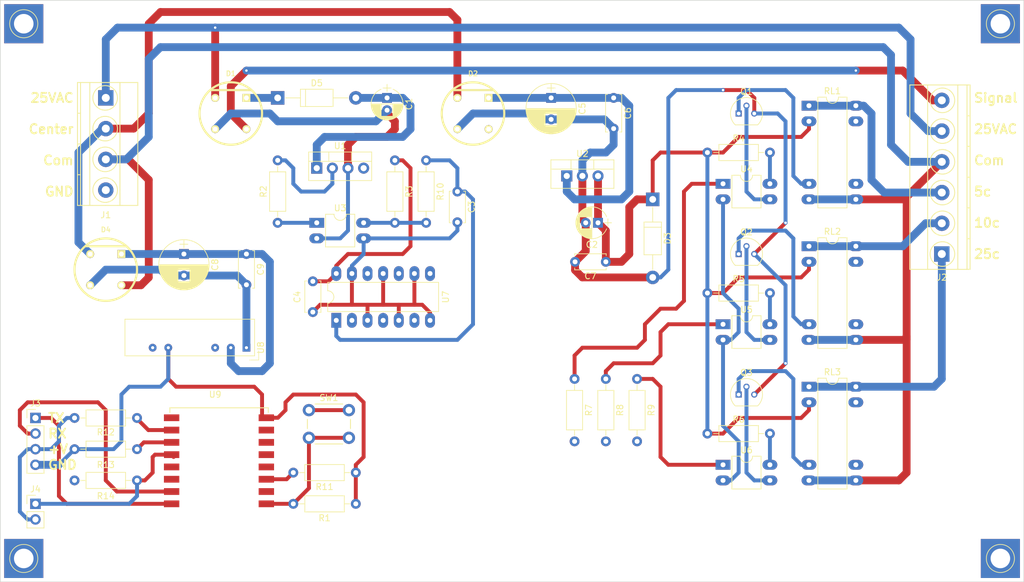
<source format=kicad_pcb>
(kicad_pcb (version 4) (host pcbnew 4.0.6)
  (layers (0 F.Cu signal) (31 B.Cu signal) (34 B.Paste user) (35 F.Paste user) (36 B.SilkS user) (37 F.SilkS user) (38 B.Mask user) (39 F.Mask user) (44 Edge.Cuts user))
  (net 0 "")
  (net 1 "Net-(C1-Pad1)")
  (net 2 "Net-(C1-Pad2)")
  (net 3 "Net-(C2-Pad1)")
  (net 4 "Net-(C2-Pad2)")
  (net 5 "Net-(C3-Pad1)")
  (net 6 GND)
  (net 7 VCC)
  (net 8 "Net-(C5-Pad1)")
  (net 9 "Net-(C8-Pad1)")
  (net 10 "Net-(C8-Pad2)")
  (net 11 "Net-(D1-Pad1)")
  (net 12 "Net-(D1-Pad2)")
  (net 13 "Net-(D1-Pad4)")
  (net 14 "Net-(D2-Pad2)")
  (net 15 "Net-(D2-Pad4)")
  (net 16 "Net-(J1-Pad4)")
  (net 17 "Net-(J3-Pad1)")
  (net 18 "Net-(J3-Pad2)")
  (net 19 "Net-(J4-Pad1)")
  (net 20 "Net-(Q1-Pad2)")
  (net 21 "Net-(Q1-Pad1)")
  (net 22 "Net-(Q2-Pad2)")
  (net 23 "Net-(Q2-Pad1)")
  (net 24 "Net-(Q3-Pad2)")
  (net 25 "Net-(Q3-Pad1)")
  (net 26 "Net-(R1-Pad2)")
  (net 27 "Net-(R2-Pad1)")
  (net 28 "Net-(R2-Pad2)")
  (net 29 "Net-(R10-Pad2)")
  (net 30 "Net-(R4-Pad2)")
  (net 31 "Net-(R5-Pad2)")
  (net 32 "Net-(R6-Pad2)")
  (net 33 "Net-(R7-Pad1)")
  (net 34 "Net-(R7-Pad2)")
  (net 35 "Net-(R8-Pad1)")
  (net 36 "Net-(R8-Pad2)")
  (net 37 "Net-(R9-Pad1)")
  (net 38 "Net-(R9-Pad2)")
  (net 39 "Net-(R11-Pad2)")
  (net 40 "Net-(R12-Pad1)")
  (net 41 "Net-(R13-Pad2)")
  (net 42 "Net-(RL1-Pad9)")
  (net 43 "Net-(RL1-Pad13)")
  (net 44 "Net-(RL2-Pad9)")
  (net 45 "Net-(RL2-Pad13)")
  (net 46 "Net-(RL3-Pad9)")
  (net 47 "Net-(RL3-Pad13)")
  (net 48 "Net-(U1-Pad4)")
  (net 49 "Net-(U7-Pad8)")
  (net 50 "Net-(U7-Pad2)")
  (net 51 "Net-(U7-Pad10)")
  (net 52 "Net-(U7-Pad4)")
  (net 53 "Net-(U7-Pad12)")
  (net 54 "Net-(U7-Pad6)")
  (net 55 "Net-(U8-Pad3)")
  (net 56 "Net-(U9-Pad2)")
  (net 57 "Net-(U9-Pad4)")
  (net 58 "Net-(U9-Pad7)")
  (net 59 "Net-(J2-Pad3)")
  (net 60 "Net-(J2-Pad1)")
  (net 61 "Net-(J2-Pad2)")
  (module Capacitors_THT:CP_Radial_D5.0mm_P2.00mm (layer F.Cu) (at 74.93 27.94 270)
    (fp_text reference C1 (at 1 -3.56 270) (layer F.SilkS))
    (fp_text value 2.2uF)
    (pad 1 thru_hole rect (at 0 0 270) (size 1.6 1.6) (drill 0.8) (layers *.Cu *.Mask) (net 1 "Net-(C1-Pad1)"))
    (pad 2 thru_hole circle (at 2 0 270) (size 1.6 1.6) (drill 0.8) (layers *.Cu *.Mask) (net 2 "Net-(C1-Pad2)"))
  )
  (module Capacitors_THT:CP_Radial_D5.0mm_P2.00mm (layer F.Cu) (at 109.22 48.26 180)
    (fp_text reference C2 (at 1 -3.56 180) (layer F.SilkS))
    (fp_text value 10uF)
    (pad 1 thru_hole rect (at 0 0 180) (size 1.6 1.6) (drill 0.8) (layers *.Cu *.Mask) (net 3 "Net-(C2-Pad1)"))
    (pad 2 thru_hole circle (at 2 0 180) (size 1.6 1.6) (drill 0.8) (layers *.Cu *.Mask) (net 4 "Net-(C2-Pad2)"))
  )
  (module Capacitors_THT:C_Disc_D5.0mm_W2.5mm_P5.00mm (layer F.Cu) (at 86.36 43.18 270)
    (fp_text reference C3 (at 2.5 -2.31 270) (layer F.SilkS))
    (fp_text value 0.1uF)
    (pad 1 thru_hole circle (at 0 0 270) (size 1.6 1.6) (drill 0.8) (layers *.Cu *.Mask) (net 5 "Net-(C3-Pad1)"))
    (pad 2 thru_hole circle (at 5 0 270) (size 1.6 1.6) (drill 0.8) (layers *.Cu *.Mask) (net 6 GND))
  )
  (module Capacitors_THT:C_Disc_D5.0mm_W2.5mm_P5.00mm (layer F.Cu) (at 62.865 57.785 270)
    (fp_text reference C4 (at 2.54 2.54 270) (layer F.SilkS))
    (fp_text value 0.1uF)
    (pad 1 thru_hole circle (at 0 0 270) (size 1.6 1.6) (drill 0.8) (layers *.Cu *.Mask) (net 7 VCC))
    (pad 2 thru_hole circle (at 5 0 270) (size 1.6 1.6) (drill 0.8) (layers *.Cu *.Mask) (net 6 GND))
  )
  (module Capacitors_THT:CP_Radial_D8.0mm_P3.50mm (layer F.Cu) (at 101.6 27.94 270)
    (fp_text reference C5 (at 1.75 -5.06 270) (layer F.SilkS))
    (fp_text value 100uF)
    (pad 1 thru_hole rect (at 0 0 270) (size 1.6 1.6) (drill 0.8) (layers *.Cu *.Mask) (net 8 "Net-(C5-Pad1)"))
    (pad 2 thru_hole circle (at 3.5 0 270) (size 1.6 1.6) (drill 0.8) (layers *.Cu *.Mask) (net 4 "Net-(C2-Pad2)"))
  )
  (module Capacitors_THT:C_Disc_D6.0mm_W2.5mm_P5.00mm (layer F.Cu) (at 111.76 27.94 270)
    (fp_text reference C6 (at 2.5 -2.31 270) (layer F.SilkS))
    (fp_text value 0.33uF)
    (pad 1 thru_hole circle (at 0 0 270) (size 1.6 1.6) (drill 0.8) (layers *.Cu *.Mask) (net 8 "Net-(C5-Pad1)"))
    (pad 2 thru_hole circle (at 5 0 270) (size 1.6 1.6) (drill 0.8) (layers *.Cu *.Mask) (net 4 "Net-(C2-Pad2)"))
  )
  (module Capacitors_THT:C_Disc_D5.0mm_W2.5mm_P5.00mm (layer F.Cu) (at 110.49 54.61 180)
    (fp_text reference C7 (at 2.5 -2.31 180) (layer F.SilkS))
    (fp_text value 0.1uF)
    (pad 1 thru_hole circle (at 0 0 180) (size 1.6 1.6) (drill 0.8) (layers *.Cu *.Mask) (net 3 "Net-(C2-Pad1)"))
    (pad 2 thru_hole circle (at 5 0 180) (size 1.6 1.6) (drill 0.8) (layers *.Cu *.Mask) (net 4 "Net-(C2-Pad2)"))
  )
  (module Capacitors_THT:CP_Radial_D8.0mm_P3.50mm (layer F.Cu) (at 41.91 53.34 270)
    (fp_text reference C8 (at 1.75 -5.06 270) (layer F.SilkS))
    (fp_text value 100uF)
    (pad 1 thru_hole rect (at 0 0 270) (size 1.6 1.6) (drill 0.8) (layers *.Cu *.Mask) (net 9 "Net-(C8-Pad1)"))
    (pad 2 thru_hole circle (at 3.5 0 270) (size 1.6 1.6) (drill 0.8) (layers *.Cu *.Mask) (net 10 "Net-(C8-Pad2)"))
  )
  (module Capacitors_THT:C_Disc_D6.0mm_W2.5mm_P5.00mm (layer F.Cu) (at 52.07 53.34 270)
    (fp_text reference C9 (at 2.5 -2.31 270) (layer F.SilkS))
    (fp_text value 0.33uF)
    (pad 1 thru_hole circle (at 0 0 270) (size 1.6 1.6) (drill 0.8) (layers *.Cu *.Mask) (net 9 "Net-(C8-Pad1)"))
    (pad 2 thru_hole circle (at 5 0 270) (size 1.6 1.6) (drill 0.8) (layers *.Cu *.Mask) (net 10 "Net-(C8-Pad2)"))
  )
  (module Diodes_THT:D_DO-41_SOD81_P12.70mm_Horizontal (layer F.Cu) (at 118.11 44.45 270)
    (fp_text reference D3 (at 6.35 -2.41 270) (layer F.SilkS))
    (fp_text value 1N4007)
    (pad 1 thru_hole rect (at 0 0 270) (size 2.2 2.2) (drill 1.1) (layers *.Cu *.Mask) (net 3 "Net-(C2-Pad1)"))
    (pad 2 thru_hole oval (at 12.7 0 270) (size 2.2 2.2) (drill 1.1) (layers *.Cu *.Mask) (net 4 "Net-(C2-Pad2)"))
  )
  (module Diodes_THT:D_DO-41_SOD81_P12.70mm_Horizontal (layer F.Cu) (at 57.15 27.94)
    (fp_text reference D5 (at 6.35 -2.41) (layer F.SilkS))
    (fp_text value 1N5363)
    (pad 1 thru_hole rect (at 0 0) (size 2.2 2.2) (drill 1.1) (layers *.Cu *.Mask) (net 11 "Net-(D1-Pad1)"))
    (pad 2 thru_hole oval (at 12.7 0) (size 2.2 2.2) (drill 1.1) (layers *.Cu *.Mask) (net 1 "Net-(C1-Pad1)"))
  )
  (module Connectors_Terminal_Blocks:TerminalBlock_Pheonix_MKDS1.5-4pol (layer F.Cu) (at 29.21 27.94 270)
    (fp_text reference J1 (at 19.05 0 360) (layer F.SilkS))
    (fp_text value "From Transformer")
    (pad 4 thru_hole circle (at 15 0 270) (size 2.5 2.5) (drill 1.3) (layers *.Cu *.Mask) (net 16 "Net-(J1-Pad4)"))
    (pad 3 thru_hole circle (at 10 0 270) (size 2.5 2.5) (drill 1.3) (layers *.Cu *.Mask) (net 14 "Net-(D2-Pad2)"))
    (pad 1 thru_hole rect (at 0 0 270) (size 2.5 2.5) (drill 1.3) (layers *.Cu *.Mask) (net 13 "Net-(D1-Pad4)"))
    (pad 2 thru_hole circle (at 5 0 270) (size 2.5 2.5) (drill 1.3) (layers *.Cu *.Mask) (net 15 "Net-(D2-Pad4)"))
  )
  (module Connectors_Terminal_Blocks:TerminalBlock_Pheonix_MKDS1.5-6pol (layer F.Cu) (at 165.1 53.34 90)
    (fp_text reference J2 (at -3.81 0 180) (layer F.SilkS))
    (fp_text value "To Wallbox")
    (pad 6 thru_hole circle (at 25 0 90) (size 2.5 2.5) (drill 1.3) (layers *.Cu *.Mask) (net 12 "Net-(D1-Pad2)"))
    (pad 5 thru_hole circle (at 20 0 90) (size 2.5 2.5) (drill 1.3) (layers *.Cu *.Mask) (net 13 "Net-(D1-Pad4)"))
    (pad 4 thru_hole circle (at 15 0 90) (size 2.5 2.5) (drill 1.3) (layers *.Cu *.Mask) (net 14 "Net-(D2-Pad2)"))
    (pad 3 thru_hole circle (at 10 0 90) (size 2.5 2.5) (drill 1.3) (layers *.Cu *.Mask) (net 59 "Net-(J2-Pad3)"))
    (pad 1 thru_hole rect (at 0 0 90) (size 2.5 2.5) (drill 1.3) (layers *.Cu *.Mask) (net 60 "Net-(J2-Pad1)"))
    (pad 2 thru_hole circle (at 5 0 90) (size 2.5 2.5) (drill 1.3) (layers *.Cu *.Mask) (net 61 "Net-(J2-Pad2)"))
  )
  (module Pin_Headers:Pin_Header_Straight_1x04_Pitch2.54mm (layer F.Cu) (at 17.78 80.01)
    (fp_text reference J3 (at 0 -2.39) (layer F.SilkS))
    (fp_text value UART)
    (pad 1 thru_hole rect (at 0 0) (size 1.7 1.7) (drill 1) (layers *.Cu *.Mask) (net 17 "Net-(J3-Pad1)"))
    (pad 2 thru_hole oval (at 0 2.54) (size 1.7 1.7) (drill 1) (layers *.Cu *.Mask) (net 18 "Net-(J3-Pad2)"))
    (pad 3 thru_hole oval (at 0 5.08) (size 1.7 1.7) (drill 1) (layers *.Cu *.Mask) (net 6 GND))
    (pad 4 thru_hole oval (at 0 7.62) (size 1.7 1.7) (drill 1) (layers *.Cu *.Mask) (net 7 VCC))
  )
  (module Pin_Headers:Pin_Header_Straight_1x02_Pitch2.54mm (layer F.Cu) (at 17.78 93.98)
    (fp_text reference J4 (at 0 -2.39) (layer F.SilkS))
    (fp_text value Program)
    (pad 1 thru_hole rect (at 0 0) (size 1.7 1.7) (drill 1) (layers *.Cu *.Mask) (net 19 "Net-(J4-Pad1)"))
    (pad 2 thru_hole oval (at 0 2.54) (size 1.7 1.7) (drill 1) (layers *.Cu *.Mask) (net 6 GND))
  )
  (module TO_SOT_Packages_THT:TO-92_Molded_Narrow (layer F.Cu) (at 132.08 30.48)
    (fp_text reference Q1 (at 1.27 -3.556) (layer F.SilkS))
    (fp_text value BC547)
    (pad 2 thru_hole circle (at 1.27 -1.27 90) (size 1 1) (drill 0.6) (layers *.Cu *.Mask) (net 20 "Net-(Q1-Pad2)"))
    (pad 3 thru_hole circle (at 2.54 0 90) (size 1 1) (drill 0.6) (layers *.Cu *.Mask) (net 4 "Net-(C2-Pad2)"))
    (pad 1 thru_hole rect (at 0 0 90) (size 1 1) (drill 0.6) (layers *.Cu *.Mask) (net 21 "Net-(Q1-Pad1)"))
  )
  (module TO_SOT_Packages_THT:TO-92_Molded_Narrow (layer F.Cu) (at 132.08 53.34)
    (fp_text reference Q2 (at 1.27 -3.556) (layer F.SilkS))
    (fp_text value BC547)
    (pad 2 thru_hole circle (at 1.27 -1.27 90) (size 1 1) (drill 0.6) (layers *.Cu *.Mask) (net 22 "Net-(Q2-Pad2)"))
    (pad 3 thru_hole circle (at 2.54 0 90) (size 1 1) (drill 0.6) (layers *.Cu *.Mask) (net 4 "Net-(C2-Pad2)"))
    (pad 1 thru_hole rect (at 0 0 90) (size 1 1) (drill 0.6) (layers *.Cu *.Mask) (net 23 "Net-(Q2-Pad1)"))
  )
  (module TO_SOT_Packages_THT:TO-92_Molded_Narrow (layer F.Cu) (at 132.08 76.2)
    (fp_text reference Q3 (at 1.27 -3.556) (layer F.SilkS))
    (fp_text value BC547)
    (pad 2 thru_hole circle (at 1.27 -1.27 90) (size 1 1) (drill 0.6) (layers *.Cu *.Mask) (net 24 "Net-(Q3-Pad2)"))
    (pad 3 thru_hole circle (at 2.54 0 90) (size 1 1) (drill 0.6) (layers *.Cu *.Mask) (net 4 "Net-(C2-Pad2)"))
    (pad 1 thru_hole rect (at 0 0 90) (size 1 1) (drill 0.6) (layers *.Cu *.Mask) (net 25 "Net-(Q3-Pad1)"))
  )
  (module Resistors_THT:R_Axial_DIN0207_L6.3mm_D2.5mm_P10.16mm_Horizontal (layer F.Cu) (at 69.85 93.98 180)
    (fp_text reference R1 (at 5.08 -2.31 180) (layer F.SilkS))
    (fp_text value 10k)
    (pad 1 thru_hole circle (at 0 0 180) (size 1.6 1.6) (drill 0.8) (layers *.Cu *.Mask) (net 7 VCC))
    (pad 2 thru_hole oval (at 10.16 0 180) (size 1.6 1.6) (drill 0.8) (layers *.Cu *.Mask) (net 26 "Net-(R1-Pad2)"))
  )
  (module Resistors_THT:R_Axial_DIN0207_L6.3mm_D2.5mm_P10.16mm_Horizontal (layer F.Cu) (at 57.15 48.26 90)
    (fp_text reference R2 (at 5.08 -2.31 90) (layer F.SilkS))
    (fp_text value 1k)
    (pad 1 thru_hole circle (at 0 0 90) (size 1.6 1.6) (drill 0.8) (layers *.Cu *.Mask) (net 27 "Net-(R2-Pad1)"))
    (pad 2 thru_hole oval (at 10.16 0 90) (size 1.6 1.6) (drill 0.8) (layers *.Cu *.Mask) (net 28 "Net-(R2-Pad2)"))
  )
  (module Resistors_THT:R_Axial_DIN0207_L6.3mm_D2.5mm_P10.16mm_Horizontal (layer F.Cu) (at 76.2 38.1 270)
    (fp_text reference R3 (at 5.08 -2.31 270) (layer F.SilkS))
    (fp_text value 47k)
    (pad 1 thru_hole circle (at 0 0 270) (size 1.6 1.6) (drill 0.8) (layers *.Cu *.Mask) (net 7 VCC))
    (pad 2 thru_hole oval (at 10.16 0 270) (size 1.6 1.6) (drill 0.8) (layers *.Cu *.Mask) (net 29 "Net-(R10-Pad2)"))
  )
  (module Resistors_THT:R_Axial_DIN0207_L6.3mm_D2.5mm_P10.16mm_Horizontal (layer F.Cu) (at 127 36.83)
    (fp_text reference R4 (at 5.08 -2.31) (layer F.SilkS))
    (fp_text value 1k)
    (pad 1 thru_hole circle (at 0 0) (size 1.6 1.6) (drill 0.8) (layers *.Cu *.Mask) (net 3 "Net-(C2-Pad1)"))
    (pad 2 thru_hole oval (at 10.16 0) (size 1.6 1.6) (drill 0.8) (layers *.Cu *.Mask) (net 30 "Net-(R4-Pad2)"))
  )
  (module Resistors_THT:R_Axial_DIN0207_L6.3mm_D2.5mm_P10.16mm_Horizontal (layer F.Cu) (at 127 59.69)
    (fp_text reference R5 (at 5.08 -2.31) (layer F.SilkS))
    (fp_text value 1k)
    (pad 1 thru_hole circle (at 0 0) (size 1.6 1.6) (drill 0.8) (layers *.Cu *.Mask) (net 3 "Net-(C2-Pad1)"))
    (pad 2 thru_hole oval (at 10.16 0) (size 1.6 1.6) (drill 0.8) (layers *.Cu *.Mask) (net 31 "Net-(R5-Pad2)"))
  )
  (module Resistors_THT:R_Axial_DIN0207_L6.3mm_D2.5mm_P10.16mm_Horizontal (layer F.Cu) (at 127 82.55)
    (fp_text reference R6 (at 5.08 -2.31) (layer F.SilkS))
    (fp_text value 1k)
    (pad 1 thru_hole circle (at 0 0) (size 1.6 1.6) (drill 0.8) (layers *.Cu *.Mask) (net 3 "Net-(C2-Pad1)"))
    (pad 2 thru_hole oval (at 10.16 0) (size 1.6 1.6) (drill 0.8) (layers *.Cu *.Mask) (net 32 "Net-(R6-Pad2)"))
  )
  (module Resistors_THT:R_Axial_DIN0207_L6.3mm_D2.5mm_P10.16mm_Horizontal (layer F.Cu) (at 105.41 73.66 270)
    (fp_text reference R7 (at 5.08 -2.31 270) (layer F.SilkS))
    (fp_text value 1k)
    (pad 1 thru_hole circle (at 0 0 270) (size 1.6 1.6) (drill 0.8) (layers *.Cu *.Mask) (net 33 "Net-(R7-Pad1)"))
    (pad 2 thru_hole oval (at 10.16 0 270) (size 1.6 1.6) (drill 0.8) (layers *.Cu *.Mask) (net 34 "Net-(R7-Pad2)"))
  )
  (module Resistors_THT:R_Axial_DIN0207_L6.3mm_D2.5mm_P10.16mm_Horizontal (layer F.Cu) (at 110.49 73.66 270)
    (fp_text reference R8 (at 5.08 -2.31 270) (layer F.SilkS))
    (fp_text value 1k)
    (pad 1 thru_hole circle (at 0 0 270) (size 1.6 1.6) (drill 0.8) (layers *.Cu *.Mask) (net 35 "Net-(R8-Pad1)"))
    (pad 2 thru_hole oval (at 10.16 0 270) (size 1.6 1.6) (drill 0.8) (layers *.Cu *.Mask) (net 36 "Net-(R8-Pad2)"))
  )
  (module Resistors_THT:R_Axial_DIN0207_L6.3mm_D2.5mm_P10.16mm_Horizontal (layer F.Cu) (at 115.57 73.66 270)
    (fp_text reference R9 (at 5.08 -2.31 270) (layer F.SilkS))
    (fp_text value 1k)
    (pad 1 thru_hole circle (at 0 0 270) (size 1.6 1.6) (drill 0.8) (layers *.Cu *.Mask) (net 37 "Net-(R9-Pad1)"))
    (pad 2 thru_hole oval (at 10.16 0 270) (size 1.6 1.6) (drill 0.8) (layers *.Cu *.Mask) (net 38 "Net-(R9-Pad2)"))
  )
  (module Resistors_THT:R_Axial_DIN0207_L6.3mm_D2.5mm_P10.16mm_Horizontal (layer F.Cu) (at 81.28 38.1 270)
    (fp_text reference R10 (at 5.08 -2.31 270) (layer F.SilkS))
    (fp_text value 10k)
    (pad 1 thru_hole circle (at 0 0 270) (size 1.6 1.6) (drill 0.8) (layers *.Cu *.Mask) (net 5 "Net-(C3-Pad1)"))
    (pad 2 thru_hole oval (at 10.16 0 270) (size 1.6 1.6) (drill 0.8) (layers *.Cu *.Mask) (net 29 "Net-(R10-Pad2)"))
  )
  (module Resistors_THT:R_Axial_DIN0207_L6.3mm_D2.5mm_P10.16mm_Horizontal (layer F.Cu) (at 69.85 88.9 180)
    (fp_text reference R11 (at 5.08 -2.31 180) (layer F.SilkS))
    (fp_text value 10k)
    (pad 1 thru_hole circle (at 0 0 180) (size 1.6 1.6) (drill 0.8) (layers *.Cu *.Mask) (net 7 VCC))
    (pad 2 thru_hole oval (at 10.16 0 180) (size 1.6 1.6) (drill 0.8) (layers *.Cu *.Mask) (net 39 "Net-(R11-Pad2)"))
  )
  (module Resistors_THT:R_Axial_DIN0207_L6.3mm_D2.5mm_P10.16mm_Horizontal (layer F.Cu) (at 34.29 80.01 180)
    (fp_text reference R12 (at 5.08 -2.31 180) (layer F.SilkS))
    (fp_text value 4.7k)
    (pad 1 thru_hole circle (at 0 0 180) (size 1.6 1.6) (drill 0.8) (layers *.Cu *.Mask) (net 40 "Net-(R12-Pad1)"))
    (pad 2 thru_hole oval (at 10.16 0 180) (size 1.6 1.6) (drill 0.8) (layers *.Cu *.Mask) (net 6 GND))
  )
  (module Resistors_THT:R_Axial_DIN0207_L6.3mm_D2.5mm_P10.16mm_Horizontal (layer F.Cu) (at 24.13 85.09)
    (fp_text reference R13 (at 5.08 2.54) (layer F.SilkS))
    (fp_text value 10k)
    (pad 1 thru_hole circle (at 0 0) (size 1.6 1.6) (drill 0.8) (layers *.Cu *.Mask) (net 7 VCC))
    (pad 2 thru_hole oval (at 10.16 0) (size 1.6 1.6) (drill 0.8) (layers *.Cu *.Mask) (net 41 "Net-(R13-Pad2)"))
  )
  (module Resistors_THT:R_Axial_DIN0207_L6.3mm_D2.5mm_P10.16mm_Horizontal (layer F.Cu) (at 24.13 90.17)
    (fp_text reference R14 (at 5.08 2.54) (layer F.SilkS))
    (fp_text value 10k)
    (pad 1 thru_hole circle (at 0 0) (size 1.6 1.6) (drill 0.8) (layers *.Cu *.Mask) (net 7 VCC))
    (pad 2 thru_hole oval (at 10.16 0) (size 1.6 1.6) (drill 0.8) (layers *.Cu *.Mask) (net 19 "Net-(J4-Pad1)"))
  )
  (module wallbox-footprints:HE700_DIP-14 (layer F.Cu) (at 143.51 29.21)
    (fp_text reference RL1 (at 3.81 -2.39) (layer F.SilkS))
    (fp_text value HE721A0510)
    (pad 1 thru_hole rect (at 0 0) (size 2.4 1.6) (drill 0.8) (layers *.Cu *.Mask) (net 59 "Net-(J2-Pad3)"))
    (pad 8 thru_hole oval (at 7.62 15.24) (size 2.4 1.6) (drill 0.8) (layers *.Cu *.Mask) (net 14 "Net-(D2-Pad2)"))
    (pad 2 thru_hole oval (at 0 2.54) (size 2.4 1.6) (drill 0.8) (layers *.Cu *.Mask) (net 3 "Net-(C2-Pad1)"))
    (pad 9 thru_hole oval (at 7.62 12.7) (size 2.4 1.6) (drill 0.8) (layers *.Cu *.Mask) (net 42 "Net-(RL1-Pad9)"))
    (pad 6 thru_hole oval (at 0 12.7) (size 2.4 1.6) (drill 0.8) (layers *.Cu *.Mask) (net 21 "Net-(Q1-Pad1)"))
    (pad 13 thru_hole oval (at 7.62 2.54) (size 2.4 1.6) (drill 0.8) (layers *.Cu *.Mask) (net 43 "Net-(RL1-Pad13)"))
    (pad 7 thru_hole oval (at 0 15.24) (size 2.4 1.6) (drill 0.8) (layers *.Cu *.Mask) (net 14 "Net-(D2-Pad2)"))
    (pad 14 thru_hole oval (at 7.62 0) (size 2.4 1.6) (drill 0.8) (layers *.Cu *.Mask) (net 59 "Net-(J2-Pad3)"))
  )
  (module wallbox-footprints:HE700_DIP-14 (layer F.Cu) (at 143.51 52.07)
    (fp_text reference RL2 (at 3.81 -2.39) (layer F.SilkS))
    (fp_text value HE721A0510)
    (pad 1 thru_hole rect (at 0 0) (size 2.4 1.6) (drill 0.8) (layers *.Cu *.Mask) (net 61 "Net-(J2-Pad2)"))
    (pad 8 thru_hole oval (at 7.62 15.24) (size 2.4 1.6) (drill 0.8) (layers *.Cu *.Mask) (net 14 "Net-(D2-Pad2)"))
    (pad 2 thru_hole oval (at 0 2.54) (size 2.4 1.6) (drill 0.8) (layers *.Cu *.Mask) (net 3 "Net-(C2-Pad1)"))
    (pad 9 thru_hole oval (at 7.62 12.7) (size 2.4 1.6) (drill 0.8) (layers *.Cu *.Mask) (net 44 "Net-(RL2-Pad9)"))
    (pad 6 thru_hole oval (at 0 12.7) (size 2.4 1.6) (drill 0.8) (layers *.Cu *.Mask) (net 23 "Net-(Q2-Pad1)"))
    (pad 13 thru_hole oval (at 7.62 2.54) (size 2.4 1.6) (drill 0.8) (layers *.Cu *.Mask) (net 45 "Net-(RL2-Pad13)"))
    (pad 7 thru_hole oval (at 0 15.24) (size 2.4 1.6) (drill 0.8) (layers *.Cu *.Mask) (net 14 "Net-(D2-Pad2)"))
    (pad 14 thru_hole oval (at 7.62 0) (size 2.4 1.6) (drill 0.8) (layers *.Cu *.Mask) (net 61 "Net-(J2-Pad2)"))
  )
  (module wallbox-footprints:HE700_DIP-14 (layer F.Cu) (at 143.51 74.93)
    (fp_text reference RL3 (at 3.81 -2.39) (layer F.SilkS))
    (fp_text value HE721A0510)
    (pad 1 thru_hole rect (at 0 0) (size 2.4 1.6) (drill 0.8) (layers *.Cu *.Mask) (net 60 "Net-(J2-Pad1)"))
    (pad 8 thru_hole oval (at 7.62 15.24) (size 2.4 1.6) (drill 0.8) (layers *.Cu *.Mask) (net 14 "Net-(D2-Pad2)"))
    (pad 2 thru_hole oval (at 0 2.54) (size 2.4 1.6) (drill 0.8) (layers *.Cu *.Mask) (net 3 "Net-(C2-Pad1)"))
    (pad 9 thru_hole oval (at 7.62 12.7) (size 2.4 1.6) (drill 0.8) (layers *.Cu *.Mask) (net 46 "Net-(RL3-Pad9)"))
    (pad 6 thru_hole oval (at 0 12.7) (size 2.4 1.6) (drill 0.8) (layers *.Cu *.Mask) (net 25 "Net-(Q3-Pad1)"))
    (pad 13 thru_hole oval (at 7.62 2.54) (size 2.4 1.6) (drill 0.8) (layers *.Cu *.Mask) (net 47 "Net-(RL3-Pad13)"))
    (pad 7 thru_hole oval (at 0 15.24) (size 2.4 1.6) (drill 0.8) (layers *.Cu *.Mask) (net 14 "Net-(D2-Pad2)"))
    (pad 14 thru_hole oval (at 7.62 0) (size 2.4 1.6) (drill 0.8) (layers *.Cu *.Mask) (net 60 "Net-(J2-Pad1)"))
  )
  (module Buttons_Switches_THT:SW_PUSH_6mm_h5mm (layer F.Cu) (at 62.23 78.74)
    (fp_text reference SW1 (at 3.25 -2) (layer F.SilkS))
    (fp_text value SW_Push)
    (pad 2 thru_hole circle (at 0 4.5 90) (size 2 2) (drill 1.1) (layers *.Cu *.Mask) (net 26 "Net-(R1-Pad2)"))
    (pad 1 thru_hole circle (at 0 0 90) (size 2 2) (drill 1.1) (layers *.Cu *.Mask) (net 6 GND))
    (pad 2 thru_hole circle (at 6.5 4.5 90) (size 2 2) (drill 1.1) (layers *.Cu *.Mask) (net 26 "Net-(R1-Pad2)"))
    (pad 1 thru_hole circle (at 6.5 0 90) (size 2 2) (drill 1.1) (layers *.Cu *.Mask) (net 6 GND))
  )
  (module TO_SOT_Packages_THT:TO-220-4_Vertical (layer F.Cu) (at 63.5 39.37)
    (fp_text reference U1 (at 3.81 -3.62) (layer F.SilkS))
    (fp_text value KA78R33)
    (pad 1 thru_hole rect (at 0 0) (size 1.8 1.8) (drill 1) (layers *.Cu *.Mask) (net 1 "Net-(C1-Pad1)"))
    (pad 2 thru_hole oval (at 2.54 0) (size 1.8 1.8) (drill 1) (layers *.Cu *.Mask) (net 28 "Net-(R2-Pad2)"))
    (pad 3 thru_hole oval (at 5.08 0) (size 1.8 1.8) (drill 1) (layers *.Cu *.Mask) (net 2 "Net-(C1-Pad2)"))
    (pad 4 thru_hole oval (at 7.62 0) (size 1.8 1.8) (drill 1) (layers *.Cu *.Mask) (net 48 "Net-(U1-Pad4)"))
  )
  (module TO_SOT_Packages_THT:TO-220_Vertical (layer F.Cu) (at 104.14 40.64)
    (fp_text reference U2 (at 2.54 -3.62) (layer F.SilkS))
    (fp_text value LM7805CT)
    (pad 1 thru_hole rect (at 0 0) (size 1.8 1.8) (drill 1) (layers *.Cu *.Mask) (net 8 "Net-(C5-Pad1)"))
    (pad 2 thru_hole oval (at 2.54 0) (size 1.8 1.8) (drill 1) (layers *.Cu *.Mask) (net 4 "Net-(C2-Pad2)"))
    (pad 3 thru_hole oval (at 5.08 0) (size 1.8 1.8) (drill 1) (layers *.Cu *.Mask) (net 3 "Net-(C2-Pad1)"))
  )
  (module Housings_DIP:DIP-4_W7.62mm_LongPads (layer F.Cu) (at 63.5 48.26)
    (fp_text reference U3 (at 3.81 -2.39) (layer F.SilkS))
    (fp_text value TPC817MC)
    (pad 1 thru_hole rect (at 0 0) (size 2.4 1.6) (drill 0.8) (layers *.Cu *.Mask) (net 27 "Net-(R2-Pad1)"))
    (pad 3 thru_hole oval (at 7.62 2.54) (size 2.4 1.6) (drill 0.8) (layers *.Cu *.Mask) (net 6 GND))
    (pad 2 thru_hole oval (at 0 2.54) (size 2.4 1.6) (drill 0.8) (layers *.Cu *.Mask) (net 2 "Net-(C1-Pad2)"))
    (pad 4 thru_hole oval (at 7.62 0) (size 2.4 1.6) (drill 0.8) (layers *.Cu *.Mask) (net 29 "Net-(R10-Pad2)"))
  )
  (module Housings_DIP:DIP-4_W7.62mm_LongPads (layer F.Cu) (at 129.54 41.91)
    (fp_text reference U4 (at 3.81 -2.39) (layer F.SilkS))
    (fp_text value TPC817MC)
    (pad 1 thru_hole rect (at 0 0) (size 2.4 1.6) (drill 0.8) (layers *.Cu *.Mask) (net 33 "Net-(R7-Pad1)"))
    (pad 3 thru_hole oval (at 7.62 2.54) (size 2.4 1.6) (drill 0.8) (layers *.Cu *.Mask) (net 20 "Net-(Q1-Pad2)"))
    (pad 2 thru_hole oval (at 0 2.54) (size 2.4 1.6) (drill 0.8) (layers *.Cu *.Mask) (net 6 GND))
    (pad 4 thru_hole oval (at 7.62 0) (size 2.4 1.6) (drill 0.8) (layers *.Cu *.Mask) (net 30 "Net-(R4-Pad2)"))
  )
  (module Housings_DIP:DIP-4_W7.62mm_LongPads (layer F.Cu) (at 129.54 64.77)
    (fp_text reference U5 (at 3.81 -2.39) (layer F.SilkS))
    (fp_text value TPC817MC)
    (pad 1 thru_hole rect (at 0 0) (size 2.4 1.6) (drill 0.8) (layers *.Cu *.Mask) (net 35 "Net-(R8-Pad1)"))
    (pad 3 thru_hole oval (at 7.62 2.54) (size 2.4 1.6) (drill 0.8) (layers *.Cu *.Mask) (net 22 "Net-(Q2-Pad2)"))
    (pad 2 thru_hole oval (at 0 2.54) (size 2.4 1.6) (drill 0.8) (layers *.Cu *.Mask) (net 6 GND))
    (pad 4 thru_hole oval (at 7.62 0) (size 2.4 1.6) (drill 0.8) (layers *.Cu *.Mask) (net 31 "Net-(R5-Pad2)"))
  )
  (module Housings_DIP:DIP-4_W7.62mm_LongPads (layer F.Cu) (at 129.54 87.63)
    (fp_text reference U6 (at 3.81 -2.39) (layer F.SilkS))
    (fp_text value TPC817MC)
    (pad 1 thru_hole rect (at 0 0) (size 2.4 1.6) (drill 0.8) (layers *.Cu *.Mask) (net 37 "Net-(R9-Pad1)"))
    (pad 3 thru_hole oval (at 7.62 2.54) (size 2.4 1.6) (drill 0.8) (layers *.Cu *.Mask) (net 24 "Net-(Q3-Pad2)"))
    (pad 2 thru_hole oval (at 0 2.54) (size 2.4 1.6) (drill 0.8) (layers *.Cu *.Mask) (net 6 GND))
    (pad 4 thru_hole oval (at 7.62 0) (size 2.4 1.6) (drill 0.8) (layers *.Cu *.Mask) (net 32 "Net-(R6-Pad2)"))
  )
  (module Housings_DIP:DIP-14_W7.62mm_LongPads (layer F.Cu) (at 66.675 64.135 90)
    (fp_text reference U7 (at 3.81 17.78 90) (layer F.SilkS))
    (fp_text value 74HC14)
    (pad 1 thru_hole rect (at 0 0 90) (size 2.4 1.6) (drill 0.8) (layers *.Cu *.Mask) (net 5 "Net-(C3-Pad1)"))
    (pad 8 thru_hole oval (at 7.62 15.24 90) (size 2.4 1.6) (drill 0.8) (layers *.Cu *.Mask) (net 49 "Net-(U7-Pad8)"))
    (pad 2 thru_hole oval (at 0 2.54 90) (size 2.4 1.6) (drill 0.8) (layers *.Cu *.Mask) (net 50 "Net-(U7-Pad2)"))
    (pad 9 thru_hole oval (at 7.62 12.7 90) (size 2.4 1.6) (drill 0.8) (layers *.Cu *.Mask) (net 6 GND))
    (pad 3 thru_hole oval (at 0 5.08 90) (size 2.4 1.6) (drill 0.8) (layers *.Cu *.Mask) (net 6 GND))
    (pad 10 thru_hole oval (at 7.62 10.16 90) (size 2.4 1.6) (drill 0.8) (layers *.Cu *.Mask) (net 51 "Net-(U7-Pad10)"))
    (pad 4 thru_hole oval (at 0 7.62 90) (size 2.4 1.6) (drill 0.8) (layers *.Cu *.Mask) (net 52 "Net-(U7-Pad4)"))
    (pad 11 thru_hole oval (at 7.62 7.62 90) (size 2.4 1.6) (drill 0.8) (layers *.Cu *.Mask) (net 6 GND))
    (pad 5 thru_hole oval (at 0 10.16 90) (size 2.4 1.6) (drill 0.8) (layers *.Cu *.Mask) (net 6 GND))
    (pad 12 thru_hole oval (at 7.62 5.08 90) (size 2.4 1.6) (drill 0.8) (layers *.Cu *.Mask) (net 53 "Net-(U7-Pad12)"))
    (pad 6 thru_hole oval (at 0 12.7 90) (size 2.4 1.6) (drill 0.8) (layers *.Cu *.Mask) (net 54 "Net-(U7-Pad6)"))
    (pad 13 thru_hole oval (at 7.62 2.54 90) (size 2.4 1.6) (drill 0.8) (layers *.Cu *.Mask) (net 6 GND))
    (pad 7 thru_hole oval (at 0 15.24 90) (size 2.4 1.6) (drill 0.8) (layers *.Cu *.Mask) (net 6 GND))
    (pad 14 thru_hole oval (at 7.62 0 90) (size 2.4 1.6) (drill 0.8) (layers *.Cu *.Mask) (net 7 VCC))
  )
  (module wallbox-footprints:DCDC-Conv_muRata_NCSxxxxSC (layer F.Cu) (at 52.07 68.58 270)
    (fp_text reference U8 (at 0 -2.33 270) (layer F.SilkS))
    (fp_text value NCS1S2403SC)
    (pad 1 thru_hole rect (at 0 0 270) (size 1.27 1.27) (drill 0.508) (layers *.Cu *.Mask) (net 10 "Net-(C8-Pad2)"))
    (pad 2 thru_hole oval (at 0 2.54 270) (size 1.27 1.27) (drill 0.508) (layers *.Cu *.Mask) (net 9 "Net-(C8-Pad1)"))
    (pad 3 thru_hole oval (at 0 5.08 270) (size 1.27 1.27) (drill 0.508) (layers *.Cu *.Mask) (net 55 "Net-(U8-Pad3)"))
    (pad 6 thru_hole oval (at 0 12.7 270) (size 1.27 1.27) (drill 0.508) (layers *.Cu *.Mask) (net 7 VCC))
    (pad 7 thru_hole oval (at 0 15.24 270) (size 1.27 1.27) (drill 0.508) (layers *.Cu *.Mask) (net 6 GND))
  )
  (module wallbox-footprints:ESP-12S_SMD (layer F.Cu) (at 54.61 93.98 180)
    (fp_text reference U9 (at 7.62 17.78 360) (layer F.SilkS))
    (fp_text value ESP-12S hide)
    (pad 1 smd rect (at 0 0 180) (size 2.5 1.1) (drill (offset -0.7 0)) (layers F.Cu F.Paste F.Mask) (net 26 "Net-(R1-Pad2)"))
    (pad 2 smd rect (at 0 2 180) (size 2.5 1.1) (drill (offset -0.7 0)) (layers F.Cu F.Paste F.Mask) (net 56 "Net-(U9-Pad2)"))
    (pad 3 smd rect (at 0 4 180) (size 2.5 1.1) (drill (offset -0.7 0)) (layers F.Cu F.Paste F.Mask) (net 39 "Net-(R11-Pad2)"))
    (pad 4 smd rect (at 0 6 180) (size 2.5 1.1) (drill (offset -0.7 0)) (layers F.Cu F.Paste F.Mask) (net 57 "Net-(U9-Pad4)"))
    (pad 5 smd rect (at 0 8 180) (size 2.5 1.1) (drill (offset -0.7 0)) (layers F.Cu F.Paste F.Mask) (net 38 "Net-(R9-Pad2)"))
    (pad 6 smd rect (at 0 10 180) (size 2.5 1.1) (drill (offset -0.7 0)) (layers F.Cu F.Paste F.Mask) (net 36 "Net-(R8-Pad2)"))
    (pad 7 smd rect (at 0 12 180) (size 2.5 1.1) (drill (offset -0.7 0)) (layers F.Cu F.Paste F.Mask) (net 58 "Net-(U9-Pad7)"))
    (pad 8 smd rect (at 0 14 180) (size 2.5 1.1) (drill (offset -0.7 0)) (layers F.Cu F.Paste F.Mask) (net 7 VCC))
    (pad 9 smd rect (at 14 14 180) (size 2.5 1.1) (drill (offset 0.7 0)) (layers F.Cu F.Paste F.Mask) (net 6 GND))
    (pad 10 smd rect (at 14 12 180) (size 2.5 1.1) (drill (offset 0.7 0)) (layers F.Cu F.Paste F.Mask) (net 40 "Net-(R12-Pad1)"))
    (pad 11 smd rect (at 14 10 180) (size 2.5 1.1) (drill (offset 0.7 0)) (layers F.Cu F.Paste F.Mask) (net 41 "Net-(R13-Pad2)"))
    (pad 12 smd rect (at 14 8 180) (size 2.5 1.1) (drill (offset 0.7 0)) (layers F.Cu F.Paste F.Mask) (net 19 "Net-(J4-Pad1)"))
    (pad 13 smd rect (at 14 6 180) (size 2.5 1.1) (drill (offset 0.7 0)) (layers F.Cu F.Paste F.Mask) (net 50 "Net-(U7-Pad2)"))
    (pad 14 smd rect (at 14 4 180) (size 2.5 1.1) (drill (offset 0.7 0)) (layers F.Cu F.Paste F.Mask) (net 34 "Net-(R7-Pad2)"))
    (pad 15 smd rect (at 14 2 180) (size 2.5 1.1) (drill (offset 0.7 0)) (layers F.Cu F.Paste F.Mask) (net 18 "Net-(J3-Pad2)"))
    (pad 16 smd rect (at 14 0 180) (size 2.5 1.1) (drill (offset 0.7 0)) (layers F.Cu F.Paste F.Mask) (net 17 "Net-(J3-Pad1)"))
  )
  (module wallbox-footprints:D-BRIDGE-WOG (layer F.Cu) (at 29.21 55.88)
    (fp_text reference D4 (at 0 -6.5) (layer F.SilkS) (effects (font (size 0.8 0.8))))
    (fp_text value 2W005G)
    (pad 2 thru_hole circle (at 2.54 2.54) (size 1.3 1.3) (drill 0.8) (layers *.Cu *.Mask F.SilkS) (net 14 "Net-(D2-Pad2)"))
    (pad 3 thru_hole circle (at -2.54 2.54) (size 1.3 1.3) (drill 0.8) (layers *.Cu *.Mask F.SilkS) (net 10 "Net-(C8-Pad2)"))
    (pad 1 thru_hole rect (at 2.54 -2.54) (size 1.3 1.3) (drill 0.8) (layers *.Cu *.Mask F.SilkS) (net 9 "Net-(C8-Pad1)"))
    (pad 4 thru_hole circle (at -2.54 -2.54) (size 1.3 1.3) (drill 0.8) (layers *.Cu *.Mask F.SilkS) (net 15 "Net-(D2-Pad4)"))
  )
  (module wallbox-footprints:D-BRIDGE-WOG (layer F.Cu) (at 49.53 30.48)
    (fp_text reference D1 (at 0 -6.5) (layer F.SilkS) (effects (font (size 0.8 0.8))))
    (fp_text value 2W005G)
    (pad 2 thru_hole circle (at 2.54 2.54) (size 1.3 1.3) (drill 0.8) (layers *.Cu *.Mask F.SilkS) (net 12 "Net-(D1-Pad2)"))
    (pad 3 thru_hole circle (at -2.54 2.54) (size 1.3 1.3) (drill 0.8) (layers *.Cu *.Mask F.SilkS) (net 2 "Net-(C1-Pad2)"))
    (pad 1 thru_hole rect (at 2.54 -2.54) (size 1.3 1.3) (drill 0.8) (layers *.Cu *.Mask F.SilkS) (net 11 "Net-(D1-Pad1)"))
    (pad 4 thru_hole circle (at -2.54 -2.54) (size 1.3 1.3) (drill 0.8) (layers *.Cu *.Mask F.SilkS) (net 13 "Net-(D1-Pad4)"))
  )
  (module wallbox-footprints:D-BRIDGE-WOG (layer F.Cu) (at 88.9 30.48)
    (fp_text reference D2 (at 0 -6.5) (layer F.SilkS) (effects (font (size 0.8 0.8))))
    (fp_text value 2W005G)
    (pad 2 thru_hole circle (at 2.54 2.54) (size 1.3 1.3) (drill 0.8) (layers *.Cu *.Mask F.SilkS) (net 14 "Net-(D2-Pad2)"))
    (pad 3 thru_hole circle (at -2.54 2.54) (size 1.3 1.3) (drill 0.8) (layers *.Cu *.Mask F.SilkS) (net 4 "Net-(C2-Pad2)"))
    (pad 1 thru_hole rect (at 2.54 -2.54) (size 1.3 1.3) (drill 0.8) (layers *.Cu *.Mask F.SilkS) (net 8 "Net-(C5-Pad1)"))
    (pad 4 thru_hole circle (at -2.54 -2.54) (size 1.3 1.3) (drill 0.8) (layers *.Cu *.Mask F.SilkS) (net 15 "Net-(D2-Pad4)"))
  )
  (module wallbox-footprints:1pin_hole (layer F.Cu) (at 15.875 15.875)
    (fp_text reference REF** hide)
    (fp_text value 1pin hide)
    (pad "" thru_hole rect (at 0 0) (size 6.35 6.35) (drill 3.175) (layers *.Cu *.Mask))
  )
  (module wallbox-footprints:1pin_hole (layer F.Cu) (at 174.625 15.875)
    (fp_text reference REF** hide)
    (fp_text value 1pin hide)
    (pad "" thru_hole rect (at 0 0) (size 6.35 6.35) (drill 3.175) (layers *.Cu *.Mask))
  )
  (module wallbox-footprints:1pin_hole (layer F.Cu) (at 174.625 102.87)
    (fp_text reference REF** hide)
    (fp_text value 1pin hide)
    (pad "" thru_hole rect (at 0 0) (size 6.35 6.35) (drill 3.175) (layers *.Cu *.Mask))
  )
  (module wallbox-footprints:1pin_hole (layer F.Cu) (at 15.875 102.87)
    (fp_text reference REF** hide)
    (fp_text value 1pin hide)
    (pad "" thru_hole rect (at 0 0) (size 6.35 6.35) (drill 3.175) (layers *.Cu *.Mask))
  )
  (gr_line (start 12.065 106.68) (end 12.065 12.065) (angle 90) (layer Edge.Cuts) (width 0.1))
  (gr_line (start 178.435 106.68) (end 12.065 106.68) (angle 90) (layer Edge.Cuts) (width 0.1))
  (gr_line (start 178.435 12.065) (end 178.435 106.68) (angle 90) (layer Edge.Cuts) (width 0.1))
  (gr_line (start 12.065 12.065) (end 178.435 12.065) (angle 90) (layer Edge.Cuts) (width 0.1))
  (gr_text GND (at 19.685 87.63) (layer F.SilkS) (effects (font (size 1.5 1.5) (thickness 0.3)) (justify left)))
  (gr_text +V (at 19.685 85.09) (layer F.SilkS) (effects (font (size 1.5 1.5) (thickness 0.3)) (justify left)))
  (gr_text RX (at 19.685 82.55) (layer F.SilkS) (effects (font (size 1.5 1.5) (thickness 0.3)) (justify left)))
  (gr_text TX (at 19.685 80.01) (layer F.SilkS) (effects (font (size 1.5 1.5) (thickness 0.3)) (justify left)))
  (gr_text GND (at 24.13 43.18) (layer F.SilkS) (effects (font (size 1.5 1.5) (thickness 0.3)) (justify right)))
  (gr_text Com (at 24.13 38.1) (layer F.SilkS) (effects (font (size 1.5 1.5) (thickness 0.3)) (justify right)))
  (gr_text Center (at 24.13 33.02) (layer F.SilkS) (effects (font (size 1.5 1.5) (thickness 0.3)) (justify right)))
  (gr_text 25VAC (at 24.13 27.94) (layer F.SilkS) (effects (font (size 1.5 1.5) (thickness 0.3)) (justify right)))
  (gr_text 25c (at 170.18 53.34) (layer F.SilkS) (effects (font (size 1.5 1.5) (thickness 0.3)) (justify left)))
  (gr_text 10c (at 170.18 48.26) (layer F.SilkS) (effects (font (size 1.5 1.5) (thickness 0.3)) (justify left)))
  (gr_text 5c (at 170.18 43.18) (layer F.SilkS) (effects (font (size 1.5 1.5) (thickness 0.3)) (justify left)))
  (gr_text Com (at 170.18 38.1) (layer F.SilkS) (effects (font (size 1.5 1.5) (thickness 0.3)) (justify left)))
  (gr_text 25VAC (at 170.18 33.02) (layer F.SilkS) (effects (font (size 1.5 1.5) (thickness 0.3)) (justify left)))
  (gr_text Signal (at 170.18 27.94) (layer F.SilkS) (effects (font (size 1.5 1.5) (thickness 0.3)) (justify left)))
  (segment (start 69.85 27.94) (end 74.93 27.94) (width 1.27) (layer B.Cu) (net 1))
  (segment (start 74.93 27.94) (end 77.47 27.94) (width 1.27) (layer B.Cu) (net 1))
  (segment (start 63.5 35.56) (end 63.5 39.37) (width 1.27) (layer B.Cu) (net 1))
  (segment (start 64.77 34.29) (end 63.5 35.56) (width 1.27) (layer B.Cu) (net 1))
  (segment (start 77.47 34.29) (end 64.77 34.29) (width 1.27) (layer B.Cu) (net 1))
  (segment (start 78.74 33.02) (end 77.47 34.29) (width 1.27) (layer B.Cu) (net 1))
  (segment (start 78.74 29.21) (end 78.74 33.02) (width 1.27) (layer B.Cu) (net 1))
  (segment (start 77.47 27.94) (end 78.74 29.21) (width 1.27) (layer B.Cu) (net 1))
  (segment (start 63.5 50.8) (end 67.31 50.8) (width 0.635) (layer B.Cu) (net 2))
  (segment (start 68.58 49.53) (end 68.58 39.37) (width 0.635) (layer B.Cu) (net 2))
  (segment (start 67.31 50.8) (end 68.58 49.53) (width 0.635) (layer B.Cu) (net 2))
  (segment (start 74.93 29.94) (end 74.93 30.48) (width 1.27) (layer F.Cu) (net 2))
  (segment (start 74.93 30.48) (end 76.2 31.75) (width 1.27) (layer F.Cu) (net 2))
  (segment (start 68.58 35.56) (end 68.58 39.37) (width 1.27) (layer F.Cu) (net 2))
  (segment (start 69.85 34.29) (end 68.58 35.56) (width 1.27) (layer F.Cu) (net 2))
  (segment (start 74.93 34.29) (end 69.85 34.29) (width 1.27) (layer F.Cu) (net 2))
  (segment (start 76.2 33.02) (end 74.93 34.29) (width 1.27) (layer F.Cu) (net 2))
  (segment (start 76.2 31.75) (end 76.2 33.02) (width 1.27) (layer F.Cu) (net 2))
  (segment (start 46.99 33.02) (end 49.53 30.48) (width 1.27) (layer B.Cu) (net 2))
  (segment (start 73.12 31.75) (end 74.93 29.94) (width 1.27) (layer B.Cu) (net 2))
  (segment (start 57.15 31.75) (end 73.12 31.75) (width 1.27) (layer B.Cu) (net 2))
  (segment (start 55.88 30.48) (end 57.15 31.75) (width 1.27) (layer B.Cu) (net 2))
  (segment (start 49.53 30.48) (end 55.88 30.48) (width 1.27) (layer B.Cu) (net 2))
  (segment (start 127 59.69) (end 127 82.55) (width 0.635) (layer B.Cu) (net 3))
  (segment (start 127 36.83) (end 127 59.69) (width 0.635) (layer B.Cu) (net 3))
  (segment (start 118.11 44.45) (end 118.11 38.1) (width 0.635) (layer F.Cu) (net 3))
  (segment (start 119.38 36.83) (end 127 36.83) (width 0.635) (layer F.Cu) (net 3))
  (segment (start 118.11 38.1) (end 119.38 36.83) (width 0.635) (layer F.Cu) (net 3))
  (segment (start 143.51 31.75) (end 143.51 33.02) (width 0.635) (layer F.Cu) (net 3))
  (segment (start 143.51 33.02) (end 142.24 34.29) (width 0.635) (layer F.Cu) (net 3))
  (segment (start 142.24 34.29) (end 132.08 34.29) (width 0.635) (layer F.Cu) (net 3))
  (segment (start 132.08 34.29) (end 129.54 36.83) (width 0.635) (layer F.Cu) (net 3))
  (segment (start 129.54 36.83) (end 127 36.83) (width 0.635) (layer F.Cu) (net 3))
  (segment (start 143.51 54.61) (end 143.51 55.88) (width 0.635) (layer F.Cu) (net 3))
  (segment (start 129.54 59.69) (end 127 59.69) (width 0.635) (layer F.Cu) (net 3))
  (segment (start 132.08 57.15) (end 129.54 59.69) (width 0.635) (layer F.Cu) (net 3))
  (segment (start 142.24 57.15) (end 132.08 57.15) (width 0.635) (layer F.Cu) (net 3))
  (segment (start 143.51 55.88) (end 142.24 57.15) (width 0.635) (layer F.Cu) (net 3))
  (segment (start 143.51 77.47) (end 143.51 78.74) (width 0.635) (layer F.Cu) (net 3))
  (segment (start 129.54 82.55) (end 127 82.55) (width 0.635) (layer F.Cu) (net 3))
  (segment (start 132.08 80.01) (end 129.54 82.55) (width 0.635) (layer F.Cu) (net 3))
  (segment (start 142.24 80.01) (end 132.08 80.01) (width 0.635) (layer F.Cu) (net 3))
  (segment (start 143.51 78.74) (end 142.24 80.01) (width 0.635) (layer F.Cu) (net 3))
  (segment (start 110.49 54.61) (end 113.03 54.61) (width 1.27) (layer F.Cu) (net 3))
  (segment (start 115.57 44.45) (end 118.11 44.45) (width 1.27) (layer F.Cu) (net 3))
  (segment (start 114.3 45.72) (end 115.57 44.45) (width 1.27) (layer F.Cu) (net 3))
  (segment (start 114.3 53.34) (end 114.3 45.72) (width 1.27) (layer F.Cu) (net 3))
  (segment (start 113.03 54.61) (end 114.3 53.34) (width 1.27) (layer F.Cu) (net 3))
  (segment (start 109.22 48.26) (end 110.49 49.53) (width 1.27) (layer F.Cu) (net 3))
  (segment (start 110.49 49.53) (end 110.49 54.61) (width 1.27) (layer F.Cu) (net 3))
  (segment (start 109.22 40.64) (end 109.22 48.26) (width 1.27) (layer F.Cu) (net 3))
  (segment (start 86.36 33.02) (end 88.9 30.48) (width 1.27) (layer B.Cu) (net 4))
  (segment (start 118.11 57.15) (end 119.38 57.15) (width 0.635) (layer B.Cu) (net 4))
  (segment (start 134.62 27.94) (end 134.62 30.48) (width 0.635) (layer F.Cu) (net 4))
  (segment (start 133.35 26.67) (end 134.62 27.94) (width 0.635) (layer F.Cu) (net 4))
  (segment (start 129.54 26.67) (end 133.35 26.67) (width 0.635) (layer F.Cu) (net 4))
  (via (at 129.54 26.67) (size 0.6) (drill 0.4) (layers F.Cu B.Cu) (net 4))
  (segment (start 121.92 26.67) (end 129.54 26.67) (width 0.635) (layer B.Cu) (net 4))
  (segment (start 120.65 27.94) (end 121.92 26.67) (width 0.635) (layer B.Cu) (net 4))
  (segment (start 120.65 55.88) (end 120.65 27.94) (width 0.635) (layer B.Cu) (net 4))
  (segment (start 119.38 57.15) (end 120.65 55.88) (width 0.635) (layer B.Cu) (net 4))
  (segment (start 134.62 53.34) (end 139.7 58.42) (width 0.635) (layer B.Cu) (net 4))
  (segment (start 139.7 71.12) (end 134.62 76.2) (width 0.635) (layer F.Cu) (net 4))
  (via (at 139.7 71.12) (size 0.6) (drill 0.4) (layers F.Cu B.Cu) (net 4))
  (segment (start 139.7 58.42) (end 139.7 71.12) (width 0.635) (layer B.Cu) (net 4))
  (segment (start 134.62 30.48) (end 138.43 30.48) (width 0.635) (layer B.Cu) (net 4))
  (segment (start 138.43 30.48) (end 139.7 31.75) (width 0.635) (layer B.Cu) (net 4))
  (segment (start 139.7 31.75) (end 139.7 48.26) (width 0.635) (layer B.Cu) (net 4))
  (via (at 139.7 48.26) (size 0.6) (drill 0.4) (layers F.Cu B.Cu) (net 4))
  (segment (start 139.7 48.26) (end 134.62 53.34) (width 0.635) (layer F.Cu) (net 4))
  (segment (start 105.49 54.61) (end 105.49 55.96) (width 1.27) (layer F.Cu) (net 4))
  (segment (start 106.68 57.15) (end 118.11 57.15) (width 1.27) (layer F.Cu) (net 4))
  (segment (start 105.49 55.96) (end 106.68 57.15) (width 1.27) (layer F.Cu) (net 4))
  (segment (start 107.22 48.26) (end 107.22 52.88) (width 1.27) (layer F.Cu) (net 4))
  (segment (start 107.22 52.88) (end 105.49 54.61) (width 1.27) (layer F.Cu) (net 4))
  (segment (start 106.68 40.64) (end 106.68 47.72) (width 1.27) (layer F.Cu) (net 4))
  (segment (start 106.68 47.72) (end 107.22 48.26) (width 1.27) (layer F.Cu) (net 4))
  (segment (start 111.76 32.94) (end 111.76 35.56) (width 1.27) (layer B.Cu) (net 4))
  (segment (start 106.68 38.1) (end 106.68 40.64) (width 1.27) (layer B.Cu) (net 4))
  (segment (start 107.95 36.83) (end 106.68 38.1) (width 1.27) (layer B.Cu) (net 4))
  (segment (start 110.49 36.83) (end 107.95 36.83) (width 1.27) (layer B.Cu) (net 4))
  (segment (start 111.76 35.56) (end 110.49 36.83) (width 1.27) (layer B.Cu) (net 4))
  (segment (start 101.6 31.44) (end 110.26 31.44) (width 1.27) (layer B.Cu) (net 4))
  (segment (start 110.26 31.44) (end 111.76 32.94) (width 1.27) (layer B.Cu) (net 4))
  (segment (start 88.9 30.48) (end 99.06 30.48) (width 1.27) (layer B.Cu) (net 4))
  (segment (start 99.06 30.48) (end 100.02 31.44) (width 1.27) (layer B.Cu) (net 4))
  (segment (start 100.02 31.44) (end 101.6 31.44) (width 1.27) (layer B.Cu) (net 4))
  (segment (start 66.675 64.135) (end 66.675 66.675) (width 0.635) (layer B.Cu) (net 5))
  (segment (start 87.63 43.18) (end 86.36 43.18) (width 0.635) (layer B.Cu) (net 5))
  (segment (start 88.9 44.45) (end 87.63 43.18) (width 0.635) (layer B.Cu) (net 5))
  (segment (start 88.9 64.77) (end 88.9 44.45) (width 0.635) (layer B.Cu) (net 5))
  (segment (start 86.36 67.31) (end 88.9 64.77) (width 0.635) (layer B.Cu) (net 5))
  (segment (start 67.31 67.31) (end 86.36 67.31) (width 0.635) (layer B.Cu) (net 5))
  (segment (start 66.675 66.675) (end 67.31 67.31) (width 0.635) (layer B.Cu) (net 5))
  (segment (start 81.28 38.1) (end 85.09 38.1) (width 0.635) (layer B.Cu) (net 5))
  (segment (start 86.36 39.37) (end 86.36 43.18) (width 0.635) (layer B.Cu) (net 5))
  (segment (start 85.09 38.1) (end 86.36 39.37) (width 0.635) (layer B.Cu) (net 5))
  (segment (start 62.23 78.74) (end 68.73 78.74) (width 0.635) (layer F.Cu) (net 6))
  (segment (start 17.78 85.09) (end 20.32 85.09) (width 0.635) (layer B.Cu) (net 6))
  (segment (start 20.32 85.09) (end 21.59 83.82) (width 0.635) (layer B.Cu) (net 6))
  (segment (start 21.59 83.82) (end 21.59 81.28) (width 0.635) (layer B.Cu) (net 6))
  (segment (start 21.59 81.28) (end 22.86 80.01) (width 0.635) (layer B.Cu) (net 6))
  (segment (start 22.86 80.01) (end 24.13 80.01) (width 0.635) (layer B.Cu) (net 6))
  (segment (start 17.78 96.52) (end 16.51 96.52) (width 0.635) (layer B.Cu) (net 6))
  (segment (start 16.51 96.52) (end 15.24 95.25) (width 0.635) (layer B.Cu) (net 6))
  (segment (start 15.24 95.25) (end 15.24 86.36) (width 0.635) (layer B.Cu) (net 6))
  (segment (start 15.24 86.36) (end 16.51 85.09) (width 0.635) (layer B.Cu) (net 6))
  (segment (start 16.51 85.09) (end 17.78 85.09) (width 0.635) (layer B.Cu) (net 6))
  (segment (start 71.12 50.8) (end 71.12 53.34) (width 0.635) (layer B.Cu) (net 6))
  (segment (start 69.215 55.245) (end 69.215 56.515) (width 0.635) (layer B.Cu) (net 6))
  (segment (start 71.12 53.34) (end 69.215 55.245) (width 0.635) (layer B.Cu) (net 6))
  (segment (start 86.36 48.18) (end 86.36 49.53) (width 0.635) (layer B.Cu) (net 6))
  (segment (start 71.12 50.8) (end 85.09 50.8) (width 0.635) (layer B.Cu) (net 6))
  (segment (start 85.09 50.8) (end 86.36 49.53) (width 0.635) (layer B.Cu) (net 6))
  (segment (start 79.375 56.515) (end 79.375 61.595) (width 0.635) (layer F.Cu) (net 6))
  (segment (start 74.295 56.515) (end 74.295 61.595) (width 0.635) (layer F.Cu) (net 6))
  (segment (start 69.215 56.515) (end 69.215 61.595) (width 0.635) (layer F.Cu) (net 6))
  (segment (start 71.755 64.135) (end 71.755 61.595) (width 0.635) (layer F.Cu) (net 6))
  (segment (start 76.835 64.135) (end 76.835 61.595) (width 0.635) (layer F.Cu) (net 6))
  (segment (start 81.915 64.135) (end 81.915 62.865) (width 0.635) (layer F.Cu) (net 6))
  (segment (start 64.055 61.595) (end 62.865 62.785) (width 0.635) (layer F.Cu) (net 6))
  (segment (start 80.645 61.595) (end 79.375 61.595) (width 0.635) (layer F.Cu) (net 6))
  (segment (start 79.375 61.595) (end 76.835 61.595) (width 0.635) (layer F.Cu) (net 6))
  (segment (start 76.835 61.595) (end 74.295 61.595) (width 0.635) (layer F.Cu) (net 6))
  (segment (start 74.295 61.595) (end 71.755 61.595) (width 0.635) (layer F.Cu) (net 6))
  (segment (start 71.755 61.595) (end 69.215 61.595) (width 0.635) (layer F.Cu) (net 6))
  (segment (start 69.215 61.595) (end 64.055 61.595) (width 0.635) (layer F.Cu) (net 6))
  (segment (start 81.915 62.865) (end 80.645 61.595) (width 0.635) (layer F.Cu) (net 6))
  (segment (start 129.54 67.31) (end 129.54 81.28) (width 0.635) (layer B.Cu) (net 6))
  (segment (start 130.81 90.17) (end 129.54 90.17) (width 0.635) (layer B.Cu) (net 6))
  (segment (start 132.08 88.9) (end 130.81 90.17) (width 0.635) (layer B.Cu) (net 6))
  (segment (start 132.08 83.82) (end 132.08 88.9) (width 0.635) (layer B.Cu) (net 6))
  (segment (start 129.54 81.28) (end 132.08 83.82) (width 0.635) (layer B.Cu) (net 6))
  (segment (start 129.54 44.45) (end 129.54 59.69) (width 0.635) (layer B.Cu) (net 6))
  (segment (start 130.81 67.31) (end 129.54 67.31) (width 0.635) (layer B.Cu) (net 6))
  (segment (start 132.08 66.04) (end 130.81 67.31) (width 0.635) (layer B.Cu) (net 6))
  (segment (start 132.08 62.23) (end 132.08 66.04) (width 0.635) (layer B.Cu) (net 6))
  (segment (start 129.54 59.69) (end 132.08 62.23) (width 0.635) (layer B.Cu) (net 6))
  (segment (start 17.78 87.63) (end 21.59 87.63) (width 1.27) (layer B.Cu) (net 7))
  (segment (start 21.59 87.63) (end 24.13 85.09) (width 0.635) (layer B.Cu) (net 7))
  (segment (start 24.13 85.09) (end 30.48 85.09) (width 0.635) (layer B.Cu) (net 7))
  (segment (start 30.48 85.09) (end 31.75 83.82) (width 0.635) (layer B.Cu) (net 7))
  (segment (start 31.75 83.82) (end 31.75 76.2) (width 0.635) (layer B.Cu) (net 7))
  (segment (start 31.75 76.2) (end 33.02 74.93) (width 0.635) (layer B.Cu) (net 7))
  (segment (start 33.02 74.93) (end 38.1 74.93) (width 0.635) (layer B.Cu) (net 7))
  (segment (start 38.1 74.93) (end 39.37 73.66) (width 0.635) (layer B.Cu) (net 7))
  (segment (start 39.37 73.66) (end 39.37 68.58) (width 0.635) (layer B.Cu) (net 7))
  (segment (start 69.85 88.9) (end 69.85 87.63) (width 0.635) (layer F.Cu) (net 7))
  (segment (start 69.85 87.63) (end 71.12 86.36) (width 0.635) (layer F.Cu) (net 7))
  (segment (start 71.12 86.36) (end 71.12 77.47) (width 0.635) (layer F.Cu) (net 7))
  (segment (start 71.12 77.47) (end 69.85 76.2) (width 0.635) (layer F.Cu) (net 7))
  (segment (start 69.85 76.2) (end 59.69 76.2) (width 0.635) (layer F.Cu) (net 7))
  (segment (start 59.69 76.2) (end 58.42 77.47) (width 0.635) (layer F.Cu) (net 7))
  (segment (start 58.42 77.47) (end 58.42 78.74) (width 0.635) (layer F.Cu) (net 7))
  (segment (start 58.42 78.74) (end 57.18 79.98) (width 0.635) (layer F.Cu) (net 7))
  (segment (start 57.18 79.98) (end 54.61 79.98) (width 0.635) (layer F.Cu) (net 7))
  (segment (start 54.61 79.98) (end 54.61 76.2) (width 0.635) (layer F.Cu) (net 7))
  (segment (start 39.37 73.66) (end 39.37 68.58) (width 0.635) (layer F.Cu) (net 7))
  (segment (start 40.64 74.93) (end 39.37 73.66) (width 0.635) (layer F.Cu) (net 7))
  (segment (start 53.34 74.93) (end 40.64 74.93) (width 0.635) (layer F.Cu) (net 7))
  (segment (start 54.61 76.2) (end 53.34 74.93) (width 0.635) (layer F.Cu) (net 7))
  (segment (start 69.85 93.98) (end 69.85 88.9) (width 0.635) (layer F.Cu) (net 7))
  (segment (start 76.2 38.1) (end 77.47 38.1) (width 0.635) (layer F.Cu) (net 7))
  (segment (start 66.675 55.245) (end 66.675 56.515) (width 0.635) (layer F.Cu) (net 7))
  (segment (start 68.58 53.34) (end 66.675 55.245) (width 0.635) (layer F.Cu) (net 7))
  (segment (start 77.47 53.34) (end 68.58 53.34) (width 0.635) (layer F.Cu) (net 7))
  (segment (start 78.74 52.07) (end 77.47 53.34) (width 0.635) (layer F.Cu) (net 7))
  (segment (start 78.74 39.37) (end 78.74 52.07) (width 0.635) (layer F.Cu) (net 7))
  (segment (start 77.47 38.1) (end 78.74 39.37) (width 0.635) (layer F.Cu) (net 7))
  (segment (start 66.675 56.515) (end 65.405 57.785) (width 0.635) (layer F.Cu) (net 7))
  (segment (start 65.405 57.785) (end 62.865 57.785) (width 0.635) (layer F.Cu) (net 7))
  (segment (start 111.76 27.94) (end 113.03 27.94) (width 1.27) (layer B.Cu) (net 8))
  (segment (start 104.14 43.18) (end 104.14 40.64) (width 1.27) (layer B.Cu) (net 8))
  (segment (start 105.41 44.45) (end 104.14 43.18) (width 1.27) (layer B.Cu) (net 8))
  (segment (start 113.03 44.45) (end 105.41 44.45) (width 1.27) (layer B.Cu) (net 8))
  (segment (start 114.3 43.18) (end 113.03 44.45) (width 1.27) (layer B.Cu) (net 8))
  (segment (start 114.3 29.21) (end 114.3 43.18) (width 1.27) (layer B.Cu) (net 8))
  (segment (start 113.03 27.94) (end 114.3 29.21) (width 1.27) (layer B.Cu) (net 8))
  (segment (start 101.6 27.94) (end 111.76 27.94) (width 1.27) (layer B.Cu) (net 8))
  (segment (start 91.44 27.94) (end 101.6 27.94) (width 1.27) (layer B.Cu) (net 8))
  (segment (start 52.07 53.34) (end 54.61 53.34) (width 1.27) (layer B.Cu) (net 9))
  (segment (start 49.53 71.12) (end 49.53 68.58) (width 1.27) (layer B.Cu) (net 9))
  (segment (start 50.8 72.39) (end 49.53 71.12) (width 1.27) (layer B.Cu) (net 9))
  (segment (start 54.61 72.39) (end 50.8 72.39) (width 1.27) (layer B.Cu) (net 9))
  (segment (start 55.88 71.12) (end 54.61 72.39) (width 1.27) (layer B.Cu) (net 9))
  (segment (start 55.88 54.61) (end 55.88 71.12) (width 1.27) (layer B.Cu) (net 9))
  (segment (start 54.61 53.34) (end 55.88 54.61) (width 1.27) (layer B.Cu) (net 9))
  (segment (start 41.91 53.34) (end 52.07 53.34) (width 1.27) (layer B.Cu) (net 9))
  (segment (start 31.75 53.34) (end 41.91 53.34) (width 1.27) (layer B.Cu) (net 9))
  (segment (start 52.07 58.34) (end 52.07 68.58) (width 1.27) (layer B.Cu) (net 10))
  (segment (start 41.91 56.84) (end 50.57 56.84) (width 1.27) (layer B.Cu) (net 10))
  (segment (start 50.57 56.84) (end 52.07 58.34) (width 1.27) (layer B.Cu) (net 10))
  (segment (start 26.67 58.42) (end 29.21 55.88) (width 1.27) (layer B.Cu) (net 10))
  (segment (start 39.06 56.84) (end 41.91 56.84) (width 1.27) (layer B.Cu) (net 10))
  (segment (start 38.1 55.88) (end 39.06 56.84) (width 1.27) (layer B.Cu) (net 10))
  (segment (start 29.21 55.88) (end 38.1 55.88) (width 1.27) (layer B.Cu) (net 10))
  (segment (start 52.07 27.94) (end 57.15 27.94) (width 1.27) (layer B.Cu) (net 11))
  (segment (start 165.1 28.34) (end 163.595 28.34) (width 1.27) (layer F.Cu) (net 12))
  (segment (start 49.53 30.48) (end 52.07 33.02) (width 1.27) (layer F.Cu) (net 12))
  (segment (start 49.53 26.035) (end 49.53 30.48) (width 1.27) (layer F.Cu) (net 12))
  (segment (start 52.07 23.495) (end 49.53 26.035) (width 1.27) (layer F.Cu) (net 12))
  (via (at 52.07 23.495) (size 0.6) (drill 0.4) (layers F.Cu B.Cu) (net 12))
  (segment (start 151.13 23.495) (end 52.07 23.495) (width 1.27) (layer B.Cu) (net 12))
  (via (at 151.13 23.495) (size 0.6) (drill 0.4) (layers F.Cu B.Cu) (net 12))
  (segment (start 158.75 23.495) (end 151.13 23.495) (width 1.27) (layer F.Cu) (net 12))
  (segment (start 163.595 28.34) (end 158.75 23.495) (width 1.27) (layer F.Cu) (net 12))
  (segment (start 46.99 27.94) (end 46.99 16.51) (width 1.27) (layer F.Cu) (net 13))
  (via (at 46.99 16.51) (size 0.6) (drill 0.4) (layers F.Cu B.Cu) (net 13))
  (segment (start 165.1 33.34) (end 162.88 33.34) (width 1.27) (layer B.Cu) (net 13))
  (segment (start 29.21 18.415) (end 29.21 27.94) (width 1.27) (layer B.Cu) (net 13))
  (segment (start 31.115 16.51) (end 29.21 18.415) (width 1.27) (layer B.Cu) (net 13))
  (segment (start 158.115 16.51) (end 46.99 16.51) (width 1.27) (layer B.Cu) (net 13))
  (segment (start 46.99 16.51) (end 31.115 16.51) (width 1.27) (layer B.Cu) (net 13))
  (segment (start 160.02 18.415) (end 158.115 16.51) (width 1.27) (layer B.Cu) (net 13))
  (segment (start 160.02 30.48) (end 160.02 18.415) (width 1.27) (layer B.Cu) (net 13))
  (segment (start 162.88 33.34) (end 160.02 30.48) (width 1.27) (layer B.Cu) (net 13))
  (segment (start 29.21 37.94) (end 32.86 37.94) (width 1.27) (layer F.Cu) (net 14))
  (segment (start 34.925 58.42) (end 31.75 58.42) (width 1.27) (layer F.Cu) (net 14))
  (segment (start 36.195 57.15) (end 34.925 58.42) (width 1.27) (layer F.Cu) (net 14))
  (segment (start 36.195 41.275) (end 36.195 57.15) (width 1.27) (layer F.Cu) (net 14))
  (segment (start 32.86 37.94) (end 36.195 41.275) (width 1.27) (layer F.Cu) (net 14))
  (segment (start 29.21 37.94) (end 32.545 37.94) (width 1.27) (layer B.Cu) (net 14))
  (segment (start 159.625 38.34) (end 165.1 38.34) (width 1.27) (layer B.Cu) (net 14))
  (segment (start 156.845 35.56) (end 159.625 38.34) (width 1.27) (layer B.Cu) (net 14))
  (segment (start 156.845 20.955) (end 156.845 35.56) (width 1.27) (layer B.Cu) (net 14))
  (segment (start 155.575 19.685) (end 156.845 20.955) (width 1.27) (layer B.Cu) (net 14))
  (segment (start 38.1 19.685) (end 155.575 19.685) (width 1.27) (layer B.Cu) (net 14))
  (segment (start 36.195 21.59) (end 38.1 19.685) (width 1.27) (layer B.Cu) (net 14))
  (segment (start 36.195 34.29) (end 36.195 21.59) (width 1.27) (layer B.Cu) (net 14))
  (segment (start 32.545 37.94) (end 36.195 34.29) (width 1.27) (layer B.Cu) (net 14))
  (segment (start 151.13 44.45) (end 159.385 44.45) (width 1.27) (layer F.Cu) (net 14))
  (segment (start 151.13 67.31) (end 159.385 67.31) (width 1.27) (layer F.Cu) (net 14))
  (segment (start 159.385 67.31) (end 159.385 66.675) (width 1.27) (layer F.Cu) (net 14))
  (segment (start 151.13 90.17) (end 158.115 90.17) (width 1.27) (layer F.Cu) (net 14))
  (segment (start 158.115 90.17) (end 159.385 88.9) (width 1.27) (layer F.Cu) (net 14))
  (segment (start 159.385 88.9) (end 159.385 66.675) (width 1.27) (layer F.Cu) (net 14))
  (segment (start 159.385 44.055) (end 165.1 38.34) (width 1.27) (layer F.Cu) (net 14))
  (segment (start 159.385 44.45) (end 159.385 44.055) (width 1.27) (layer F.Cu) (net 14))
  (segment (start 159.385 66.675) (end 159.385 44.45) (width 1.27) (layer F.Cu) (net 14))
  (segment (start 143.51 90.17) (end 151.13 90.17) (width 1.27) (layer B.Cu) (net 14))
  (segment (start 143.51 67.31) (end 151.13 67.31) (width 1.27) (layer B.Cu) (net 14))
  (segment (start 143.51 44.45) (end 151.13 44.45) (width 1.27) (layer B.Cu) (net 14))
  (segment (start 29.21 32.94) (end 28.655 32.94) (width 1.27) (layer B.Cu) (net 15))
  (segment (start 28.655 32.94) (end 24.765 36.83) (width 1.27) (layer B.Cu) (net 15))
  (segment (start 24.765 51.435) (end 26.67 53.34) (width 1.27) (layer B.Cu) (net 15))
  (segment (start 24.765 36.83) (end 24.765 51.435) (width 1.27) (layer B.Cu) (net 15))
  (segment (start 29.21 32.94) (end 33.735 32.94) (width 1.27) (layer F.Cu) (net 15))
  (segment (start 86.36 15.24) (end 86.36 27.94) (width 1.27) (layer F.Cu) (net 15))
  (segment (start 85.09 13.97) (end 86.36 15.24) (width 1.27) (layer F.Cu) (net 15))
  (segment (start 38.1 13.97) (end 85.09 13.97) (width 1.27) (layer F.Cu) (net 15))
  (segment (start 36.195 15.875) (end 38.1 13.97) (width 1.27) (layer F.Cu) (net 15))
  (segment (start 36.195 30.48) (end 36.195 15.875) (width 1.27) (layer F.Cu) (net 15))
  (segment (start 33.735 32.94) (end 36.195 30.48) (width 1.27) (layer F.Cu) (net 15))
  (segment (start 17.78 80.01) (end 20.32 80.01) (width 0.635) (layer F.Cu) (net 17))
  (segment (start 20.32 80.01) (end 21.59 81.28) (width 0.635) (layer F.Cu) (net 17))
  (segment (start 21.59 81.28) (end 21.59 92.71) (width 0.635) (layer F.Cu) (net 17))
  (segment (start 21.59 92.71) (end 22.86 93.98) (width 0.635) (layer F.Cu) (net 17))
  (segment (start 22.86 93.98) (end 40.61 93.98) (width 0.635) (layer F.Cu) (net 17))
  (segment (start 17.78 82.55) (end 16.51 82.55) (width 0.635) (layer F.Cu) (net 18))
  (segment (start 16.51 82.55) (end 15.24 81.28) (width 0.635) (layer F.Cu) (net 18))
  (segment (start 15.24 81.28) (end 15.24 78.74) (width 0.635) (layer F.Cu) (net 18))
  (segment (start 15.24 78.74) (end 16.51 77.47) (width 0.635) (layer F.Cu) (net 18))
  (segment (start 16.51 77.47) (end 27.94 77.47) (width 0.635) (layer F.Cu) (net 18))
  (segment (start 27.94 77.47) (end 29.21 78.74) (width 0.635) (layer F.Cu) (net 18))
  (segment (start 29.21 78.74) (end 29.21 90.17) (width 0.635) (layer F.Cu) (net 18))
  (segment (start 29.21 90.17) (end 31.02 91.98) (width 0.635) (layer F.Cu) (net 18))
  (segment (start 31.02 91.98) (end 40.61 91.98) (width 0.635) (layer F.Cu) (net 18))
  (segment (start 17.78 93.98) (end 33.02 93.98) (width 0.635) (layer B.Cu) (net 19))
  (segment (start 33.02 93.98) (end 34.29 92.71) (width 0.635) (layer B.Cu) (net 19))
  (segment (start 34.29 92.71) (end 34.29 90.17) (width 0.635) (layer B.Cu) (net 19))
  (segment (start 40.61 85.98) (end 37.21 85.98) (width 0.635) (layer F.Cu) (net 19))
  (segment (start 35.56 90.17) (end 34.29 90.17) (width 0.635) (layer F.Cu) (net 19))
  (segment (start 36.83 88.9) (end 35.56 90.17) (width 0.635) (layer F.Cu) (net 19))
  (segment (start 36.83 86.36) (end 36.83 88.9) (width 0.635) (layer F.Cu) (net 19))
  (segment (start 37.21 85.98) (end 36.83 86.36) (width 0.635) (layer F.Cu) (net 19))
  (segment (start 40.23 86.36) (end 40.61 85.98) (width 0.635) (layer F.Cu) (net 19))
  (segment (start 133.35 29.21) (end 133.35 43.18) (width 0.635) (layer B.Cu) (net 20))
  (segment (start 134.62 44.45) (end 137.16 44.45) (width 0.635) (layer B.Cu) (net 20))
  (segment (start 133.35 43.18) (end 134.62 44.45) (width 0.635) (layer B.Cu) (net 20))
  (segment (start 132.08 30.48) (end 132.08 27.94) (width 0.635) (layer B.Cu) (net 21))
  (segment (start 142.24 41.91) (end 143.51 41.91) (width 0.635) (layer B.Cu) (net 21))
  (segment (start 140.97 40.64) (end 142.24 41.91) (width 0.635) (layer B.Cu) (net 21))
  (segment (start 140.97 27.94) (end 140.97 40.64) (width 0.635) (layer B.Cu) (net 21))
  (segment (start 139.7 26.67) (end 140.97 27.94) (width 0.635) (layer B.Cu) (net 21))
  (segment (start 133.35 26.67) (end 139.7 26.67) (width 0.635) (layer B.Cu) (net 21))
  (segment (start 132.08 27.94) (end 133.35 26.67) (width 0.635) (layer B.Cu) (net 21))
  (segment (start 133.35 52.07) (end 133.35 66.04) (width 0.635) (layer B.Cu) (net 22))
  (segment (start 134.62 67.31) (end 137.16 67.31) (width 0.635) (layer B.Cu) (net 22))
  (segment (start 133.35 66.04) (end 134.62 67.31) (width 0.635) (layer B.Cu) (net 22))
  (segment (start 132.08 53.34) (end 132.08 50.8) (width 0.635) (layer B.Cu) (net 23))
  (segment (start 142.24 64.77) (end 143.51 64.77) (width 0.635) (layer B.Cu) (net 23))
  (segment (start 140.97 63.5) (end 142.24 64.77) (width 0.635) (layer B.Cu) (net 23))
  (segment (start 140.97 50.8) (end 140.97 63.5) (width 0.635) (layer B.Cu) (net 23))
  (segment (start 139.7 49.53) (end 140.97 50.8) (width 0.635) (layer B.Cu) (net 23))
  (segment (start 133.35 49.53) (end 139.7 49.53) (width 0.635) (layer B.Cu) (net 23))
  (segment (start 132.08 50.8) (end 133.35 49.53) (width 0.635) (layer B.Cu) (net 23))
  (segment (start 133.35 74.93) (end 133.35 88.9) (width 0.635) (layer B.Cu) (net 24))
  (segment (start 134.62 90.17) (end 137.16 90.17) (width 0.635) (layer B.Cu) (net 24))
  (segment (start 133.35 88.9) (end 134.62 90.17) (width 0.635) (layer B.Cu) (net 24))
  (segment (start 132.08 76.2) (end 132.08 73.66) (width 0.635) (layer B.Cu) (net 25))
  (segment (start 142.24 87.63) (end 143.51 87.63) (width 0.635) (layer B.Cu) (net 25))
  (segment (start 140.97 86.36) (end 142.24 87.63) (width 0.635) (layer B.Cu) (net 25))
  (segment (start 140.97 73.66) (end 140.97 86.36) (width 0.635) (layer B.Cu) (net 25))
  (segment (start 139.7 72.39) (end 140.97 73.66) (width 0.635) (layer B.Cu) (net 25))
  (segment (start 133.35 72.39) (end 139.7 72.39) (width 0.635) (layer B.Cu) (net 25))
  (segment (start 132.08 73.66) (end 133.35 72.39) (width 0.635) (layer B.Cu) (net 25))
  (segment (start 62.23 83.24) (end 68.73 83.24) (width 0.635) (layer F.Cu) (net 26))
  (segment (start 59.69 93.98) (end 62.23 91.44) (width 0.635) (layer F.Cu) (net 26))
  (segment (start 62.23 91.44) (end 62.23 83.24) (width 0.635) (layer F.Cu) (net 26))
  (segment (start 54.61 93.98) (end 59.69 93.98) (width 0.635) (layer F.Cu) (net 26))
  (segment (start 57.15 48.26) (end 63.5 48.26) (width 0.635) (layer B.Cu) (net 27))
  (segment (start 57.15 38.1) (end 58.42 38.1) (width 0.635) (layer B.Cu) (net 28))
  (segment (start 66.04 41.91) (end 66.04 39.37) (width 0.635) (layer B.Cu) (net 28))
  (segment (start 64.77 43.18) (end 66.04 41.91) (width 0.635) (layer B.Cu) (net 28))
  (segment (start 60.96 43.18) (end 64.77 43.18) (width 0.635) (layer B.Cu) (net 28))
  (segment (start 59.69 41.91) (end 60.96 43.18) (width 0.635) (layer B.Cu) (net 28))
  (segment (start 59.69 39.37) (end 59.69 41.91) (width 0.635) (layer B.Cu) (net 28))
  (segment (start 58.42 38.1) (end 59.69 39.37) (width 0.635) (layer B.Cu) (net 28))
  (segment (start 76.2 48.26) (end 81.28 48.26) (width 0.635) (layer B.Cu) (net 29))
  (segment (start 71.12 48.26) (end 76.2 48.26) (width 0.635) (layer B.Cu) (net 29))
  (segment (start 137.16 36.83) (end 137.16 41.91) (width 0.635) (layer B.Cu) (net 30))
  (segment (start 137.16 59.69) (end 137.16 64.77) (width 0.635) (layer B.Cu) (net 31))
  (segment (start 137.16 82.55) (end 137.16 87.63) (width 0.635) (layer B.Cu) (net 32))
  (segment (start 129.54 41.91) (end 124.46 41.91) (width 0.635) (layer F.Cu) (net 33))
  (segment (start 105.41 69.85) (end 105.41 73.66) (width 0.635) (layer F.Cu) (net 33))
  (segment (start 106.68 68.58) (end 105.41 69.85) (width 0.635) (layer F.Cu) (net 33))
  (segment (start 115.57 68.58) (end 106.68 68.58) (width 0.635) (layer F.Cu) (net 33))
  (segment (start 116.84 67.31) (end 115.57 68.58) (width 0.635) (layer F.Cu) (net 33))
  (segment (start 116.84 64.77) (end 116.84 67.31) (width 0.635) (layer F.Cu) (net 33))
  (segment (start 119.38 62.23) (end 116.84 64.77) (width 0.635) (layer F.Cu) (net 33))
  (segment (start 121.92 62.23) (end 119.38 62.23) (width 0.635) (layer F.Cu) (net 33))
  (segment (start 123.19 60.96) (end 121.92 62.23) (width 0.635) (layer F.Cu) (net 33))
  (segment (start 123.19 60.96) (end 123.19 60.96) (width 0.635) (layer F.Cu) (net 33))
  (segment (start 123.19 43.18) (end 123.19 60.96) (width 0.635) (layer F.Cu) (net 33))
  (segment (start 124.46 41.91) (end 123.19 43.18) (width 0.635) (layer F.Cu) (net 33))
  (segment (start 129.54 64.77) (end 120.65 64.77) (width 0.635) (layer F.Cu) (net 35))
  (segment (start 110.49 72.39) (end 110.49 73.66) (width 0.635) (layer F.Cu) (net 35))
  (segment (start 111.76 71.12) (end 110.49 72.39) (width 0.635) (layer F.Cu) (net 35))
  (segment (start 118.11 71.12) (end 111.76 71.12) (width 0.635) (layer F.Cu) (net 35))
  (segment (start 119.38 69.85) (end 118.11 71.12) (width 0.635) (layer F.Cu) (net 35))
  (segment (start 119.38 66.04) (end 119.38 69.85) (width 0.635) (layer F.Cu) (net 35))
  (segment (start 120.65 64.77) (end 119.38 66.04) (width 0.635) (layer F.Cu) (net 35))
  (segment (start 129.54 87.63) (end 120.65 87.63) (width 0.635) (layer F.Cu) (net 37))
  (segment (start 118.11 73.66) (end 115.57 73.66) (width 0.635) (layer F.Cu) (net 37))
  (segment (start 119.38 74.93) (end 118.11 73.66) (width 0.635) (layer F.Cu) (net 37))
  (segment (start 119.38 86.36) (end 119.38 74.93) (width 0.635) (layer F.Cu) (net 37))
  (segment (start 120.65 87.63) (end 119.38 86.36) (width 0.635) (layer F.Cu) (net 37))
  (segment (start 54.61 89.98) (end 58.61 89.98) (width 0.635) (layer F.Cu) (net 39))
  (segment (start 58.61 89.98) (end 59.69 88.9) (width 0.635) (layer F.Cu) (net 39))
  (segment (start 40.61 81.98) (end 36.13 81.98) (width 0.635) (layer F.Cu) (net 40))
  (segment (start 36.13 81.98) (end 34.29 80.14) (width 0.635) (layer F.Cu) (net 40))
  (segment (start 34.29 80.14) (end 34.29 80.01) (width 0.635) (layer F.Cu) (net 40))
  (segment (start 40.61 83.98) (end 35.4 83.98) (width 0.635) (layer F.Cu) (net 41))
  (segment (start 35.4 83.98) (end 34.29 85.09) (width 0.635) (layer F.Cu) (net 41))
  (segment (start 151.13 29.21) (end 152.4 29.21) (width 1.27) (layer B.Cu) (net 59))
  (segment (start 155.735 43.34) (end 165.1 43.34) (width 1.27) (layer B.Cu) (net 59))
  (segment (start 153.67 41.275) (end 155.735 43.34) (width 1.27) (layer B.Cu) (net 59))
  (segment (start 153.67 30.48) (end 153.67 41.275) (width 1.27) (layer B.Cu) (net 59))
  (segment (start 152.4 29.21) (end 153.67 30.48) (width 1.27) (layer B.Cu) (net 59))
  (segment (start 143.51 29.21) (end 151.13 29.21) (width 1.27) (layer B.Cu) (net 59))
  (segment (start 165.1 53.34) (end 165.1 73.66) (width 1.27) (layer B.Cu) (net 60))
  (segment (start 163.83 74.93) (end 151.13 74.93) (width 1.27) (layer B.Cu) (net 60))
  (segment (start 165.1 73.66) (end 163.83 74.93) (width 1.27) (layer B.Cu) (net 60))
  (segment (start 143.51 74.93) (end 151.13 74.93) (width 1.27) (layer B.Cu) (net 60))
  (segment (start 165.1 48.34) (end 162.48 48.34) (width 1.27) (layer B.Cu) (net 61))
  (segment (start 158.75 52.07) (end 151.13 52.07) (width 1.27) (layer B.Cu) (net 61))
  (segment (start 162.48 48.34) (end 158.75 52.07) (width 1.27) (layer B.Cu) (net 61))
  (segment (start 143.51 52.07) (end 151.13 52.07) (width 1.27) (layer B.Cu) (net 61))
)
</source>
